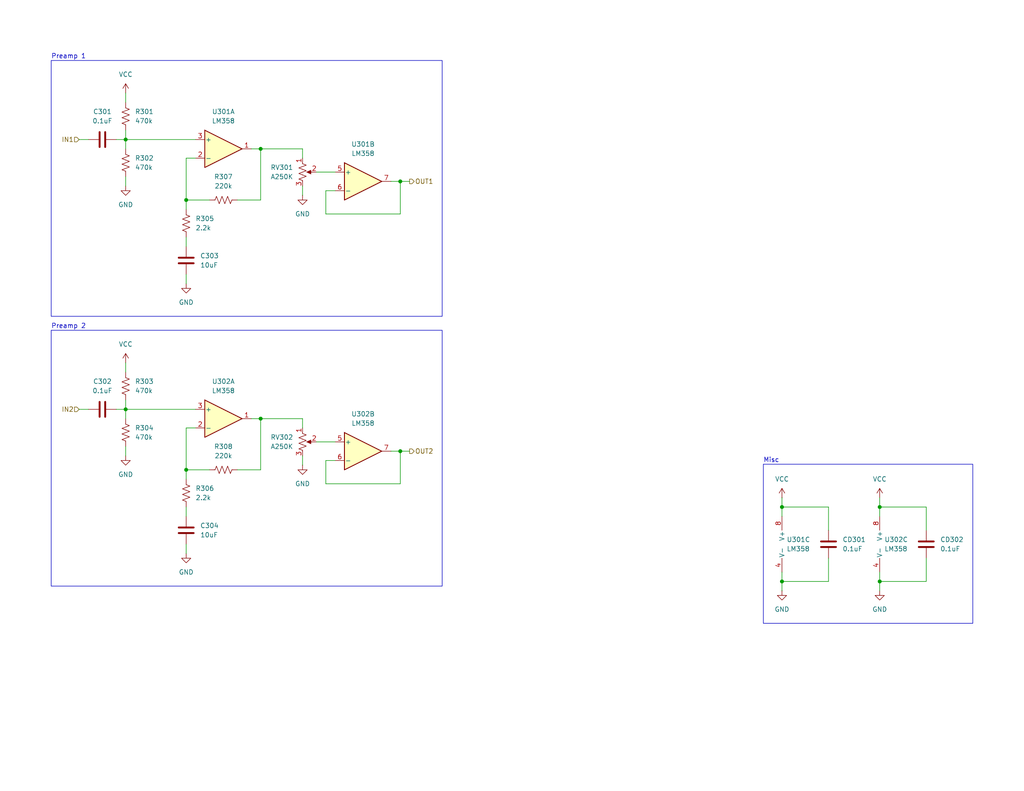
<source format=kicad_sch>
(kicad_sch (version 20250114) (generator "eeschema") (generator_version "9.0")
  (paper "USLetter")
  (title_block (title "Stereo Mixer") (date "2026-01-08") (rev "1.1") (company "vladaviedov.org") (comment 1 "Power: 5-25V Barrel Jack") (comment 2 "CH4-5: Instrument Mono") (comment 3 "CH1-3: Line Stereo"))
  (lib_symbols
    (symbol "Amplifier_Operational:LM358" (pin_names (offset 0.127))
      (property "Reference" "U" (at 0 5.08 0))
      (property "Value" "LM358" (at 0 -5.08 0))
      (symbol "LM358_1_1"
        (polyline (pts (xy -5.08 5.08) (xy 5.08 0) (xy -5.08 -5.08) (xy -5.08 5.08)) (stroke (width 0.254)) (fill (type background)))
        (pin input line (at -7.62 2.54 0) (length 2.54) (name "+") (number "3"))
        (pin input line (at -7.62 -2.54 0) (length 2.54) (name "-") (number "2"))
        (pin output line (at 7.62 0 180) (length 2.54) (name "~") (number "1"))
      )
      (symbol "LM358_2_1"
        (polyline (pts (xy -5.08 5.08) (xy 5.08 0) (xy -5.08 -5.08) (xy -5.08 5.08)) (stroke (width 0.254)) (fill (type background)))
        (pin input line (at -7.62 2.54 0) (length 2.54) (name "+") (number "5"))
        (pin input line (at -7.62 -2.54 0) (length 2.54) (name "-") (number "6"))
        (pin output line (at 7.62 0 180) (length 2.54) (name "~") (number "7"))
      )
      (symbol "LM358_3_1"
        (pin power_in line (at -2.54 7.62 270) (length 3.81) (name "V+") (number "8"))
        (pin power_in line (at -2.54 -7.62 90) (length 3.81) (name "V-") (number "4"))
      )
    )
    (symbol "Device:C" (pin_numbers (hide yes)) (pin_names (offset 0.254))
      (property "Reference" "C" (at 0.635 2.54 0))
      (property "Value" "C" (at 0.635 -2.54 0))
      (symbol "C_0_1"
        (polyline (pts (xy -2.032 0.762) (xy 2.032 0.762)) (stroke (width 0.508)))
        (polyline (pts (xy -2.032 -0.762) (xy 2.032 -0.762)) (stroke (width 0.508)))
      )
      (symbol "C_1_1"
        (pin passive line (at 0 3.81 270) (length 2.794) (name "~") (number "1"))
        (pin passive line (at 0 -3.81 90) (length 2.794) (name "~") (number "2"))
      )
    )
    (symbol "Device:R_Potentiometer_US" (pin_names (offset 1.016) (hide yes))
      (property "Reference" "RV" (at -4.445 0 90))
      (property "Value" "R_Potentiometer_US" (at -2.54 0 90))
      (symbol "R_Potentiometer_US_0_1"
        (polyline (pts (xy 0 2.54) (xy 0 2.286)))
        (polyline (pts (xy 0 2.286) (xy 1.016 1.905) (xy 0 1.524) (xy -1.016 1.143) (xy 0 0.762)))
        (polyline (pts (xy 0 0.762) (xy 1.016 0.381) (xy 0 0) (xy -1.016 -0.381) (xy 0 -0.762)))
        (polyline (pts (xy 0 -0.762) (xy 1.016 -1.143) (xy 0 -1.524) (xy -1.016 -1.905) (xy 0 -2.286)))
        (polyline (pts (xy 0 -2.286) (xy 0 -2.54)))
        (polyline (pts (xy 1.143 0) (xy 2.286 0.508) (xy 2.286 -0.508) (xy 1.143 0)) (fill (type outline)))
        (polyline (pts (xy 2.54 0) (xy 1.524 0)))
      )
      (symbol "R_Potentiometer_US_1_1"
        (pin passive line (at 0 3.81 270) (length 1.27) (name "1") (number "1"))
        (pin passive line (at 0 -3.81 90) (length 1.27) (name "3") (number "3"))
        (pin passive line (at 3.81 0 180) (length 1.27) (name "2") (number "2"))
      )
    )
    (symbol "Device:R_US" (pin_numbers (hide yes)) (pin_names (offset 0))
      (property "Reference" "R" (at 2.54 0 90))
      (property "Value" "R_US" (at -2.54 0 90))
      (symbol "R_US_0_1"
        (polyline (pts (xy 0 2.286) (xy 0 2.54)))
        (polyline (pts (xy 0 2.286) (xy 1.016 1.905) (xy 0 1.524) (xy -1.016 1.143) (xy 0 0.762)))
        (polyline (pts (xy 0 0.762) (xy 1.016 0.381) (xy 0 0) (xy -1.016 -0.381) (xy 0 -0.762)))
        (polyline (pts (xy 0 -0.762) (xy 1.016 -1.143) (xy 0 -1.524) (xy -1.016 -1.905) (xy 0 -2.286)))
        (polyline (pts (xy 0 -2.286) (xy 0 -2.54)))
      )
      (symbol "R_US_1_1"
        (pin passive line (at 0 3.81 270) (length 1.27) (name "~") (number "1"))
        (pin passive line (at 0 -3.81 90) (length 1.27) (name "~") (number "2"))
      )
    )
    (symbol "power:GND" (power) (pin_numbers (hide yes)) (pin_names (offset 0) (hide yes))
      (property "Value" "GND" (at 0 -3.81 0))
      (symbol "GND_0_1"
        (polyline (pts (xy 0 0) (xy 0 -1.27) (xy 1.27 -1.27) (xy 0 -2.54) (xy -1.27 -1.27) (xy 0 -1.27)))
      )
      (symbol "GND_1_1"
        (pin power_in line (at 0 0 270) (length 0) (name "~") (number "1"))
      )
    )
    (symbol "power:VCC" (power) (pin_numbers (hide yes)) (pin_names (offset 0) (hide yes))
      (property "Value" "VCC" (at 0 3.556 0))
      (symbol "VCC_0_1"
        (polyline (pts (xy -0.762 1.27) (xy 0 2.54)))
        (polyline (pts (xy 0 2.54) (xy 0.762 1.27)))
        (polyline (pts (xy 0 0) (xy 0 2.54)))
      )
      (symbol "VCC_1_1"
        (pin power_in line (at 0 0 90) (length 0) (name "~") (number "1"))
      )
    )
  )
  (rectangle (start 13.97 90.17) (end 120.65 160.02))
  (rectangle (start 208.28 126.746) (end 265.43 170.18))
  (rectangle (start 13.97 16.51) (end 120.65 86.36))
  (text "Misc" (at 208.28 125.73 0) (effects (font (size 1.27 1.27)) (justify left)))
  (text "Preamp 2\n" (at 13.97 89.154 0) (effects (font (size 1.27 1.27)) (justify left)))
  (text "Preamp 1" (at 13.97 15.494 0) (effects (font (size 1.27 1.27)) (justify left)))
  (junction (at 71.12 114.3))
  (junction (at 109.22 49.53))
  (junction (at 34.29 111.76))
  (junction (at 50.8 54.61))
  (junction (at 240.03 158.75))
  (junction (at 213.36 158.75))
  (junction (at 50.8 128.27))
  (junction (at 34.29 38.1))
  (junction (at 71.12 40.64))
  (junction (at 240.03 138.43))
  (junction (at 213.36 138.43))
  (junction (at 109.22 123.19))
  (wire (pts (xy 213.36 138.43) (xy 226.06 138.43)))
  (wire (pts (xy 50.8 116.84) (xy 50.8 128.27)))
  (wire (pts (xy 34.29 48.26) (xy 34.29 50.8)))
  (wire (pts (xy 34.29 121.92) (xy 34.29 124.46)))
  (wire (pts (xy 50.8 74.93) (xy 50.8 77.47)))
  (wire (pts (xy 82.55 124.46) (xy 82.55 127)))
  (wire (pts (xy 50.8 43.18) (xy 50.8 54.61)))
  (wire (pts (xy 53.34 43.18) (xy 50.8 43.18)))
  (wire (pts (xy 86.36 120.65) (xy 91.44 120.65)))
  (wire (pts (xy 86.36 46.99) (xy 91.44 46.99)))
  (wire (pts (xy 213.36 158.75) (xy 226.06 158.75)))
  (wire (pts (xy 34.29 111.76) (xy 34.29 114.3)))
  (wire (pts (xy 71.12 54.61) (xy 71.12 40.64)))
  (wire (pts (xy 50.8 128.27) (xy 57.15 128.27)))
  (wire (pts (xy 34.29 38.1) (xy 34.29 40.64)))
  (wire (pts (xy 240.03 156.21) (xy 240.03 158.75)))
  (wire (pts (xy 109.22 132.08) (xy 109.22 123.19)))
  (wire (pts (xy 240.03 138.43) (xy 240.03 140.97)))
  (wire (pts (xy 34.29 35.56) (xy 34.29 38.1)))
  (wire (pts (xy 213.36 156.21) (xy 213.36 158.75)))
  (wire (pts (xy 226.06 138.43) (xy 226.06 144.78)))
  (wire (pts (xy 64.77 128.27) (xy 71.12 128.27)))
  (wire (pts (xy 240.03 138.43) (xy 252.73 138.43)))
  (wire (pts (xy 31.75 111.76) (xy 34.29 111.76)))
  (wire (pts (xy 82.55 40.64) (xy 82.55 43.18)))
  (wire (pts (xy 109.22 58.42) (xy 109.22 49.53)))
  (wire (pts (xy 109.22 49.53) (xy 111.76 49.53)))
  (wire (pts (xy 109.22 123.19) (xy 106.68 123.19)))
  (wire (pts (xy 240.03 158.75) (xy 252.73 158.75)))
  (wire (pts (xy 34.29 38.1) (xy 53.34 38.1)))
  (wire (pts (xy 213.36 135.89) (xy 213.36 138.43)))
  (wire (pts (xy 88.9 125.73) (xy 88.9 132.08)))
  (wire (pts (xy 91.44 52.07) (xy 88.9 52.07)))
  (wire (pts (xy 50.8 128.27) (xy 50.8 130.81)))
  (wire (pts (xy 213.36 158.75) (xy 213.36 161.29)))
  (wire (pts (xy 21.59 111.76) (xy 24.13 111.76)))
  (wire (pts (xy 34.29 111.76) (xy 53.34 111.76)))
  (wire (pts (xy 71.12 128.27) (xy 71.12 114.3)))
  (wire (pts (xy 109.22 123.19) (xy 111.76 123.19)))
  (wire (pts (xy 109.22 49.53) (xy 106.68 49.53)))
  (wire (pts (xy 71.12 114.3) (xy 82.55 114.3)))
  (wire (pts (xy 71.12 114.3) (xy 68.58 114.3)))
  (wire (pts (xy 50.8 54.61) (xy 50.8 57.15)))
  (wire (pts (xy 50.8 138.43) (xy 50.8 140.97)))
  (wire (pts (xy 34.29 25.4) (xy 34.29 27.94)))
  (wire (pts (xy 71.12 40.64) (xy 68.58 40.64)))
  (wire (pts (xy 34.29 99.06) (xy 34.29 101.6)))
  (wire (pts (xy 252.73 152.4) (xy 252.73 158.75)))
  (wire (pts (xy 21.59 38.1) (xy 24.13 38.1)))
  (wire (pts (xy 226.06 152.4) (xy 226.06 158.75)))
  (wire (pts (xy 50.8 64.77) (xy 50.8 67.31)))
  (wire (pts (xy 34.29 109.22) (xy 34.29 111.76)))
  (wire (pts (xy 88.9 52.07) (xy 88.9 58.42)))
  (wire (pts (xy 64.77 54.61) (xy 71.12 54.61)))
  (wire (pts (xy 50.8 148.59) (xy 50.8 151.13)))
  (wire (pts (xy 213.36 138.43) (xy 213.36 140.97)))
  (wire (pts (xy 240.03 135.89) (xy 240.03 138.43)))
  (wire (pts (xy 71.12 40.64) (xy 82.55 40.64)))
  (wire (pts (xy 88.9 132.08) (xy 109.22 132.08)))
  (wire (pts (xy 31.75 38.1) (xy 34.29 38.1)))
  (wire (pts (xy 82.55 50.8) (xy 82.55 53.34)))
  (wire (pts (xy 53.34 116.84) (xy 50.8 116.84)))
  (wire (pts (xy 240.03 158.75) (xy 240.03 161.29)))
  (wire (pts (xy 88.9 58.42) (xy 109.22 58.42)))
  (wire (pts (xy 50.8 54.61) (xy 57.15 54.61)))
  (wire (pts (xy 91.44 125.73) (xy 88.9 125.73)))
  (wire (pts (xy 82.55 114.3) (xy 82.55 116.84)))
  (wire (pts (xy 252.73 138.43) (xy 252.73 144.78)))
  (hierarchical_label "IN2" (shape input) (at 21.59 111.76 180))
  (hierarchical_label "OUT1" (shape output) (at 111.76 49.53 0))
  (hierarchical_label "IN1" (shape input) (at 21.59 38.1 180))
  (hierarchical_label "OUT2" (shape output) (at 111.76 123.19 0))
  (symbol (lib_id "Device:C") (at 50.8 144.78 0) (unit 1)
    (property "Reference" "C304" (at 54.61 143.5099 0) (effects (justify left)))
    (property "Value" "10uF" (at 54.61 146.0499 0) (effects (justify left)))
    (property "Footprint" "Capacitor_SMD:C_1206_3216Metric" (effects (hide yes)))
    (property "Description" "Unpolarized capacitor" (effects (hide yes)))
    (property "Supplier" "https://www.digikey.com/en/products/detail/samsung-electro-mechanics/CL31A106KBHNNNE/3888534" (effects (hide yes)))
  )
  (symbol (lib_id "Amplifier_Operational:LM358") (at 99.06 49.53 0) (unit 2)
    (property "Reference" "U301" (at 99.06 39.37 0))
    (property "Value" "LM358" (at 99.06 41.91 0))
    (property "Footprint" "Package_SO:SOIC-8_3.9x4.9mm_P1.27mm" (effects (hide yes)))
    (property "Datasheet" "http://www.ti.com/lit/ds/symlink/lm2904-n.pdf" (effects (hide yes)))
    (property "Description" "Low-Power, Dual Operational Amplifiers, DIP-8/SOIC-8/TO-99-8" (effects (hide yes)))
    (property "Supplier" "https://www.digikey.com/en/products/detail/stmicroelectronics/LM358DT/591693" (effects (hide yes)))
  )
  (symbol (lib_id "power:GND") (at 50.8 151.13 0) (unit 1)
    (property "Reference" "#PWR0306" (effects (hide yes)))
    (property "Value" "GND" (at 50.8 156.21 0))
    (property "Description" "Power symbol creates a global label with name \"GND\" , ground" (effects (hide yes)))
  )
  (symbol (lib_id "Device:R_US") (at 50.8 60.96 0) (unit 1)
    (property "Reference" "R305" (at 53.34 59.6899 0) (effects (justify left)))
    (property "Value" "2.2k" (at 53.34 62.2299 0) (effects (justify left)))
    (property "Footprint" "Resistor_SMD:R_1206_3216Metric" (effects (hide yes)))
    (property "Description" "Resistor, US symbol" (effects (hide yes)))
    (property "Supplier" "https://www.digikey.com/en/products/detail/yageo/RC1206FR-132K2L/13694211" (effects (hide yes)))
  )
  (symbol (lib_id "Device:C") (at 27.94 38.1 90) (unit 1)
    (property "Reference" "C301" (at 27.94 30.48 90))
    (property "Value" "0.1uF" (at 27.94 33.02 90))
    (property "Footprint" "Capacitor_SMD:C_1206_3216Metric" (effects (hide yes)))
    (property "Description" "Unpolarized capacitor" (effects (hide yes)))
    (property "Supplier" "https://www.digikey.com/en/products/detail/murata-electronics/GRM3195C1H104JA05D/13531811" (effects (hide yes)))
  )
  (symbol (lib_id "Amplifier_Operational:LM358") (at 60.96 114.3 0) (unit 1)
    (property "Reference" "U302" (at 60.96 104.14 0))
    (property "Value" "LM358" (at 60.96 106.68 0))
    (property "Footprint" "Package_SO:SOIC-8_3.9x4.9mm_P1.27mm" (effects (hide yes)))
    (property "Datasheet" "http://www.ti.com/lit/ds/symlink/lm2904-n.pdf" (effects (hide yes)))
    (property "Description" "Low-Power, Dual Operational Amplifiers, DIP-8/SOIC-8/TO-99-8" (effects (hide yes)))
    (property "Supplier" "https://www.digikey.com/en/products/detail/stmicroelectronics/LM358DT/591693" (effects (hide yes)))
  )
  (symbol (lib_id "Device:C") (at 50.8 71.12 0) (unit 1)
    (property "Reference" "C303" (at 54.61 69.8499 0) (effects (justify left)))
    (property "Value" "10uF" (at 54.61 72.3899 0) (effects (justify left)))
    (property "Footprint" "Capacitor_SMD:C_1206_3216Metric" (effects (hide yes)))
    (property "Description" "Unpolarized capacitor" (effects (hide yes)))
    (property "Supplier" "https://www.digikey.com/en/products/detail/samsung-electro-mechanics/CL31A106KBHNNNE/3888534" (effects (hide yes)))
  )
  (symbol (lib_id "power:GND") (at 34.29 50.8 0) (unit 1)
    (property "Reference" "#PWR0302" (effects (hide yes)))
    (property "Value" "GND" (at 34.29 55.88 0))
    (property "Description" "Power symbol creates a global label with name \"GND\" , ground" (effects (hide yes)))
  )
  (symbol (lib_id "Device:R_US") (at 60.96 54.61 90) (unit 1)
    (property "Reference" "R307" (at 60.96 48.26 90))
    (property "Value" "220k" (at 60.96 50.8 90))
    (property "Footprint" "Resistor_SMD:R_1206_3216Metric" (effects (hide yes)))
    (property "Description" "Resistor, US symbol" (effects (hide yes)))
    (property "Supplier" "https://www.digikey.com/en/products/detail/yageo/RC1206JR-07220KL/729252" (effects (hide yes)))
  )
  (symbol (lib_id "Amplifier_Operational:LM358") (at 99.06 123.19 0) (unit 2)
    (property "Reference" "U302" (at 99.06 113.03 0))
    (property "Value" "LM358" (at 99.06 115.57 0))
    (property "Footprint" "Package_SO:SOIC-8_3.9x4.9mm_P1.27mm" (effects (hide yes)))
    (property "Datasheet" "http://www.ti.com/lit/ds/symlink/lm2904-n.pdf" (effects (hide yes)))
    (property "Description" "Low-Power, Dual Operational Amplifiers, DIP-8/SOIC-8/TO-99-8" (effects (hide yes)))
    (property "Supplier" "https://www.digikey.com/en/products/detail/stmicroelectronics/LM358DT/591693" (effects (hide yes)))
  )
  (symbol (lib_id "Amplifier_Operational:LM358") (at 215.9 148.59 0) (unit 3)
    (property "Reference" "U301" (at 214.63 147.3199 0) (effects (justify left)))
    (property "Value" "LM358" (at 214.63 149.8599 0) (effects (justify left)))
    (property "Footprint" "Package_SO:SOIC-8_3.9x4.9mm_P1.27mm" (effects (hide yes)))
    (property "Datasheet" "http://www.ti.com/lit/ds/symlink/lm2904-n.pdf" (effects (hide yes)))
    (property "Description" "Low-Power, Dual Operational Amplifiers, DIP-8/SOIC-8/TO-99-8" (effects (hide yes)))
    (property "Supplier" "https://www.digikey.com/en/products/detail/stmicroelectronics/LM358DT/591693" (effects (hide yes)))
  )
  (symbol (lib_id "Device:R_US") (at 34.29 105.41 0) (unit 1)
    (property "Reference" "R303" (at 36.83 104.1399 0) (effects (justify left)))
    (property "Value" "470k" (at 36.83 106.6799 0) (effects (justify left)))
    (property "Footprint" "Resistor_SMD:R_1206_3216Metric" (effects (hide yes)))
    (property "Description" "Resistor, US symbol" (effects (hide yes)))
    (property "Supplier" "https://www.digikey.com/en/products/detail/yageo/RC1206JR-07470KL/729302" (effects (hide yes)))
  )
  (symbol (lib_id "power:GND") (at 34.29 124.46 0) (unit 1)
    (property "Reference" "#PWR0304" (effects (hide yes)))
    (property "Value" "GND" (at 34.29 129.54 0))
    (property "Description" "Power symbol creates a global label with name \"GND\" , ground" (effects (hide yes)))
  )
  (symbol (lib_id "Device:C") (at 27.94 111.76 90) (unit 1)
    (property "Reference" "C302" (at 27.94 104.14 90))
    (property "Value" "0.1uF" (at 27.94 106.68 90))
    (property "Footprint" "Capacitor_SMD:C_1206_3216Metric" (effects (hide yes)))
    (property "Description" "Unpolarized capacitor" (effects (hide yes)))
    (property "Supplier" "https://www.digikey.com/en/products/detail/murata-electronics/GRM3195C1H104JA05D/13531811" (effects (hide yes)))
  )
  (symbol (lib_id "Device:R_US") (at 50.8 134.62 0) (unit 1)
    (property "Reference" "R306" (at 53.34 133.3499 0) (effects (justify left)))
    (property "Value" "2.2k" (at 53.34 135.8899 0) (effects (justify left)))
    (property "Footprint" "Resistor_SMD:R_1206_3216Metric" (effects (hide yes)))
    (property "Description" "Resistor, US symbol" (effects (hide yes)))
    (property "Supplier" "https://www.digikey.com/en/products/detail/yageo/RC1206FR-132K2L/13694211" (effects (hide yes)))
  )
  (symbol (lib_id "power:GND") (at 50.8 77.47 0) (unit 1)
    (property "Reference" "#PWR0305" (effects (hide yes)))
    (property "Value" "GND" (at 50.8 82.55 0))
    (property "Description" "Power symbol creates a global label with name \"GND\" , ground" (effects (hide yes)))
  )
  (symbol (lib_id "Device:R_US") (at 34.29 118.11 0) (unit 1)
    (property "Reference" "R304" (at 36.83 116.8399 0) (effects (justify left)))
    (property "Value" "470k" (at 36.83 119.3799 0) (effects (justify left)))
    (property "Footprint" "Resistor_SMD:R_1206_3216Metric" (effects (hide yes)))
    (property "Description" "Resistor, US symbol" (effects (hide yes)))
    (property "Supplier" "https://www.digikey.com/en/products/detail/yageo/RC1206JR-07470KL/729302" (effects (hide yes)))
  )
  (symbol (lib_id "Device:R_US") (at 34.29 44.45 0) (unit 1)
    (property "Reference" "R302" (at 36.83 43.1799 0) (effects (justify left)))
    (property "Value" "470k" (at 36.83 45.7199 0) (effects (justify left)))
    (property "Footprint" "Resistor_SMD:R_1206_3216Metric" (effects (hide yes)))
    (property "Description" "Resistor, US symbol" (effects (hide yes)))
    (property "Supplier" "https://www.digikey.com/en/products/detail/yageo/RC1206JR-07470KL/729302" (effects (hide yes)))
  )
  (symbol (lib_id "power:VCC") (at 240.03 135.89 0) (unit 1)
    (property "Reference" "#PWR0311" (effects (hide yes)))
    (property "Value" "VCC" (at 240.03 130.81 0))
    (property "Description" "Power symbol creates a global label with name \"VCC\"" (effects (hide yes)))
  )
  (symbol (lib_id "power:VCC") (at 34.29 25.4 0) (unit 1)
    (property "Reference" "#PWR0301" (effects (hide yes)))
    (property "Value" "VCC" (at 34.29 20.32 0))
    (property "Description" "Power symbol creates a global label with name \"VCC\"" (effects (hide yes)))
  )
  (symbol (lib_id "Device:R_US") (at 60.96 128.27 90) (unit 1)
    (property "Reference" "R308" (at 60.96 121.92 90))
    (property "Value" "220k" (at 60.96 124.46 90))
    (property "Footprint" "Resistor_SMD:R_1206_3216Metric" (effects (hide yes)))
    (property "Description" "Resistor, US symbol" (effects (hide yes)))
    (property "Supplier" "https://www.digikey.com/en/products/detail/yageo/RC1206JR-07220KL/729252" (effects (hide yes)))
  )
  (symbol (lib_id "Amplifier_Operational:LM358") (at 242.57 148.59 0) (unit 3)
    (property "Reference" "U302" (at 241.3 147.3199 0) (effects (justify left)))
    (property "Value" "LM358" (at 241.3 149.8599 0) (effects (justify left)))
    (property "Footprint" "Package_SO:SOIC-8_3.9x4.9mm_P1.27mm" (effects (hide yes)))
    (property "Datasheet" "http://www.ti.com/lit/ds/symlink/lm2904-n.pdf" (effects (hide yes)))
    (property "Description" "Low-Power, Dual Operational Amplifiers, DIP-8/SOIC-8/TO-99-8" (effects (hide yes)))
    (property "Supplier" "https://www.digikey.com/en/products/detail/stmicroelectronics/LM358DT/591693" (effects (hide yes)))
  )
  (symbol (lib_id "Device:R_US") (at 34.29 31.75 0) (unit 1)
    (property "Reference" "R301" (at 36.83 30.4799 0) (effects (justify left)))
    (property "Value" "470k" (at 36.83 33.0199 0) (effects (justify left)))
    (property "Footprint" "Resistor_SMD:R_1206_3216Metric" (effects (hide yes)))
    (property "Description" "Resistor, US symbol" (effects (hide yes)))
    (property "Supplier" "https://www.digikey.com/en/products/detail/yageo/RC1206JR-07470KL/729302" (effects (hide yes)))
  )
  (symbol (lib_id "power:GND") (at 240.03 161.29 0) (unit 1)
    (property "Reference" "#PWR0312" (effects (hide yes)))
    (property "Value" "GND" (at 240.03 166.37 0))
    (property "Description" "Power symbol creates a global label with name \"GND\" , ground" (effects (hide yes)))
  )
  (symbol (lib_id "power:GND") (at 213.36 161.29 0) (unit 1)
    (property "Reference" "#PWR0310" (effects (hide yes)))
    (property "Value" "GND" (at 213.36 166.37 0))
    (property "Description" "Power symbol creates a global label with name \"GND\" , ground" (effects (hide yes)))
  )
  (symbol (lib_id "power:VCC") (at 213.36 135.89 0) (unit 1)
    (property "Reference" "#PWR0309" (effects (hide yes)))
    (property "Value" "VCC" (at 213.36 130.81 0))
    (property "Description" "Power symbol creates a global label with name \"VCC\"" (effects (hide yes)))
  )
  (symbol (lib_id "Device:C") (at 226.06 148.59 0) (unit 1)
    (property "Reference" "CD301" (at 229.87 147.3199 0) (effects (justify left)))
    (property "Value" "0.1uF" (at 229.87 149.8599 0) (effects (justify left)))
    (property "Footprint" "Custom:C_0402_1005Metric_Fix" (effects (hide yes)))
    (property "Description" "Unpolarized capacitor" (effects (hide yes)))
    (property "Supplier" "https://www.digikey.com/en/products/detail/kyocera-avx/KGM05AR51C104KH/563236" (effects (hide yes)))
  )
  (symbol (lib_id "Device:R_Potentiometer_US") (at 82.55 120.65 0) (unit 1)
    (property "Reference" "RV302" (at 80.01 119.3799 0) (effects (justify right)))
    (property "Value" "A250K" (at 80.01 121.9199 0) (effects (justify right)))
    (property "Footprint" "Custom:ChassisMount_Wire-0.25sqmm_1x03_P4.2mm_D0.65mm_OD1.7mm" (effects (hide yes)))
    (property "Description" "Potentiometer, US symbol" (effects (hide yes)))
    (property "Supplier" "Generic" (effects (hide yes)))
  )
  (symbol (lib_id "power:GND") (at 82.55 127 0) (unit 1)
    (property "Reference" "#PWR0308" (effects (hide yes)))
    (property "Value" "GND" (at 82.55 132.08 0))
    (property "Description" "Power symbol creates a global label with name \"GND\" , ground" (effects (hide yes)))
  )
  (symbol (lib_id "power:GND") (at 82.55 53.34 0) (unit 1)
    (property "Reference" "#PWR0307" (effects (hide yes)))
    (property "Value" "GND" (at 82.55 58.42 0))
    (property "Description" "Power symbol creates a global label with name \"GND\" , ground" (effects (hide yes)))
  )
  (symbol (lib_id "Amplifier_Operational:LM358") (at 60.96 40.64 0) (unit 1)
    (property "Reference" "U301" (at 60.96 30.48 0))
    (property "Value" "LM358" (at 60.96 33.02 0))
    (property "Footprint" "Package_SO:SOIC-8_3.9x4.9mm_P1.27mm" (effects (hide yes)))
    (property "Datasheet" "http://www.ti.com/lit/ds/symlink/lm2904-n.pdf" (effects (hide yes)))
    (property "Description" "Low-Power, Dual Operational Amplifiers, DIP-8/SOIC-8/TO-99-8" (effects (hide yes)))
    (property "Supplier" "https://www.digikey.com/en/products/detail/stmicroelectronics/LM358DT/591693" (effects (hide yes)))
  )
  (symbol (lib_id "Device:R_Potentiometer_US") (at 82.55 46.99 0) (unit 1)
    (property "Reference" "RV301" (at 80.01 45.7199 0) (effects (justify right)))
    (property "Value" "A250K" (at 80.01 48.2599 0) (effects (justify right)))
    (property "Footprint" "Custom:ChassisMount_Wire-0.25sqmm_1x03_P4.2mm_D0.65mm_OD1.7mm" (effects (hide yes)))
    (property "Description" "Potentiometer, US symbol" (effects (hide yes)))
    (property "Supplier" "Generic" (effects (hide yes)))
  )
  (symbol (lib_id "power:VCC") (at 34.29 99.06 0) (unit 1)
    (property "Reference" "#PWR0303" (effects (hide yes)))
    (property "Value" "VCC" (at 34.29 93.98 0))
    (property "Description" "Power symbol creates a global label with name \"VCC\"" (effects (hide yes)))
  )
  (symbol (lib_id "Device:C") (at 252.73 148.59 0) (unit 1)
    (property "Reference" "CD302" (at 256.54 147.3199 0) (effects (justify left)))
    (property "Value" "0.1uF" (at 256.54 149.8599 0) (effects (justify left)))
    (property "Footprint" "Custom:C_0402_1005Metric_Fix" (effects (hide yes)))
    (property "Description" "Unpolarized capacitor" (effects (hide yes)))
    (property "Supplier" "https://www.digikey.com/en/products/detail/kyocera-avx/KGM05AR51C104KH/563236" (effects (hide yes)))
  )
)
</source>
